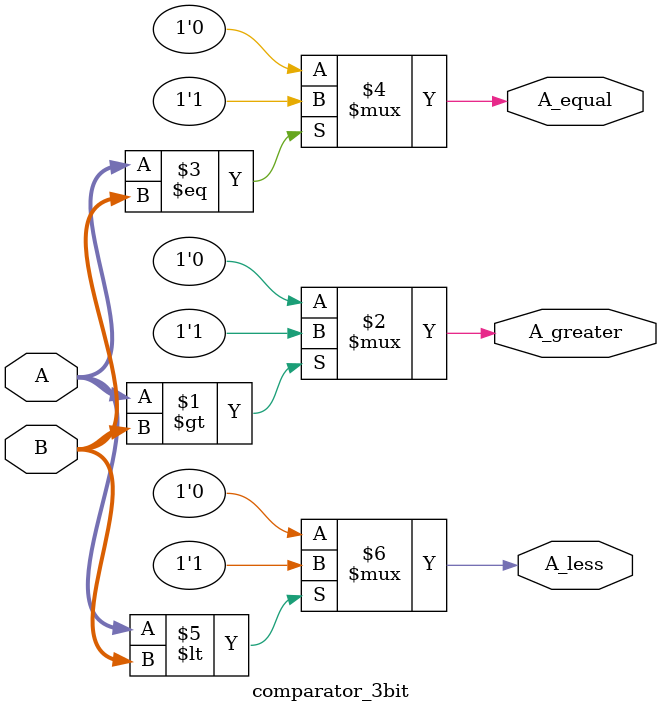
<source format=v>
`timescale 1ns / 1ps

module comparator_3bit (
    input [2:0] A,
    input [2:0] B,
    output A_greater,
    output A_equal,
    output A_less
);

assign A_greater = (A > B) ? 1'b1 : 1'b0;
assign A_equal = (A == B) ? 1'b1 : 1'b0;
assign A_less = (A < B) ? 1'b1 : 1'b0;

endmodule
</source>
